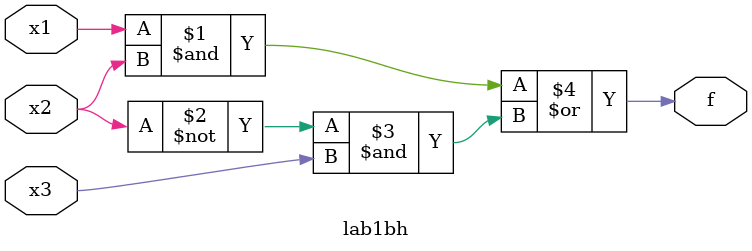
<source format=v>
module lab1bh(x1,x2,x3,f);
input x1,x2,x3;
output f;
assign f = (x1&x2)|(~x2&x3);
endmodule

</source>
